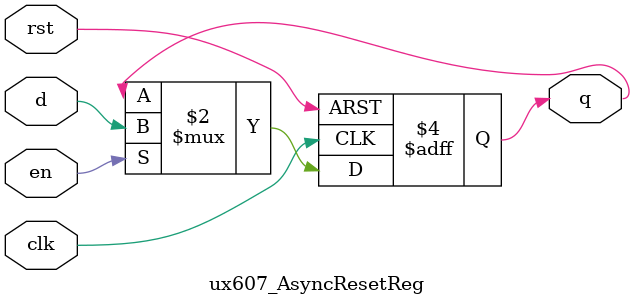
<source format=v>

module ux607_AsyncResetReg (
                      input      d,
                      output reg q,
                      input      en,

                      input      clk,
                      input      rst);
   
   always @(posedge clk or posedge rst) begin

      if (rst) begin
         q <= 1'b0;
      end else if (en) begin
         q <= d;
      end
   end
   

endmodule 


</source>
